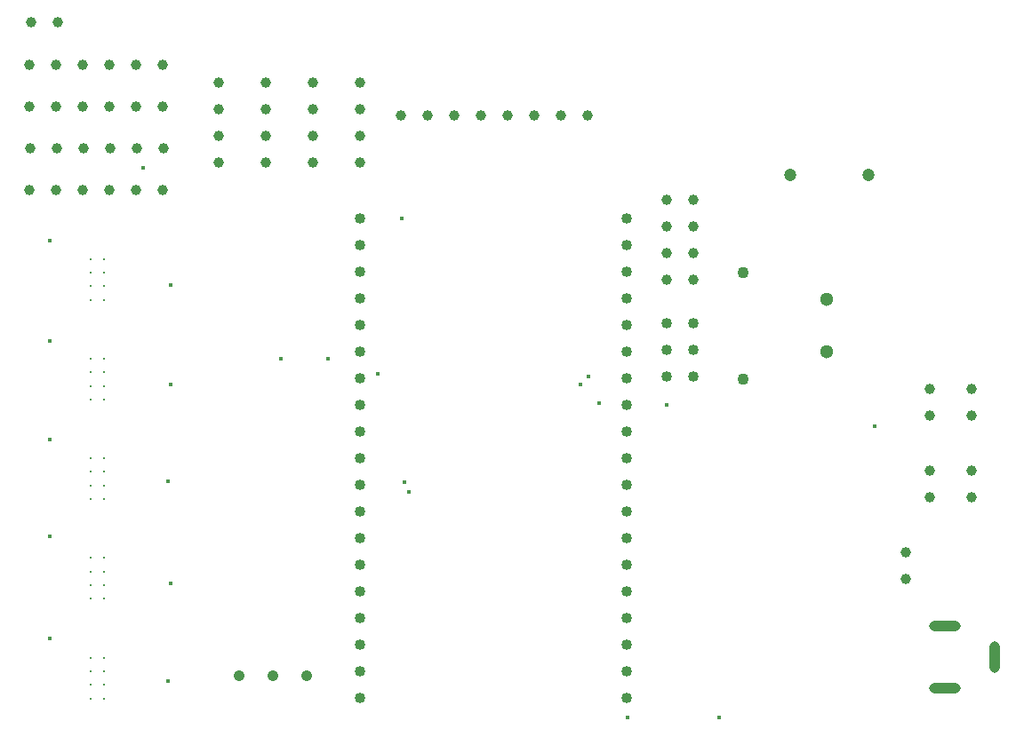
<source format=gbr>
%TF.GenerationSoftware,KiCad,Pcbnew,(6.0.9)*%
%TF.CreationDate,2023-04-06T06:38:59+10:00*%
%TF.ProjectId,Bulma,42756c6d-612e-46b6-9963-61645f706362,rev?*%
%TF.SameCoordinates,Original*%
%TF.FileFunction,Plated,1,2,PTH,Mixed*%
%TF.FilePolarity,Positive*%
%FSLAX46Y46*%
G04 Gerber Fmt 4.6, Leading zero omitted, Abs format (unit mm)*
G04 Created by KiCad (PCBNEW (6.0.9)) date 2023-04-06 06:38:59*
%MOMM*%
%LPD*%
G01*
G04 APERTURE LIST*
%TA.AperFunction,ComponentDrill*%
%ADD10C,0.200000*%
%TD*%
%TA.AperFunction,ViaDrill*%
%ADD11C,0.400000*%
%TD*%
%TA.AperFunction,ComponentDrill*%
%ADD12C,1.000000*%
%TD*%
G04 aperture for slot hole*
%TA.AperFunction,ComponentDrill*%
%ADD13O,3.000000X1.000000*%
%TD*%
G04 aperture for slot hole*
%TA.AperFunction,ComponentDrill*%
%ADD14O,1.000000X3.000000*%
%TD*%
%TA.AperFunction,ComponentDrill*%
%ADD15C,1.020000*%
%TD*%
%TA.AperFunction,ComponentDrill*%
%ADD16C,1.070000*%
%TD*%
%TA.AperFunction,ComponentDrill*%
%ADD17C,1.100000*%
%TD*%
%TA.AperFunction,ComponentDrill*%
%ADD18C,1.200000*%
%TD*%
%TA.AperFunction,ComponentDrill*%
%ADD19C,1.300000*%
%TD*%
G04 APERTURE END LIST*
D10*
%TO.C,U1*%
X116600000Y-96050000D03*
X116600000Y-97350000D03*
X116600000Y-98650000D03*
X116600000Y-99950000D03*
%TO.C,U2*%
X116600000Y-105550000D03*
X116600000Y-106850000D03*
X116600000Y-108150000D03*
X116600000Y-109450000D03*
%TO.C,U3*%
X116600000Y-115050000D03*
X116600000Y-116350000D03*
X116600000Y-117650000D03*
X116600000Y-118950000D03*
%TO.C,U4*%
X116600000Y-124550000D03*
X116600000Y-125850000D03*
X116600000Y-127150000D03*
X116600000Y-128450000D03*
%TO.C,U7*%
X116600000Y-134050000D03*
X116600000Y-135350000D03*
X116600000Y-136650000D03*
X116600000Y-137950000D03*
%TO.C,U1*%
X117900000Y-96050000D03*
X117900000Y-97350000D03*
X117900000Y-98650000D03*
X117900000Y-99950000D03*
%TO.C,U2*%
X117900000Y-105550000D03*
X117900000Y-106850000D03*
X117900000Y-108150000D03*
X117900000Y-109450000D03*
%TO.C,U3*%
X117900000Y-115050000D03*
X117900000Y-116350000D03*
X117900000Y-117650000D03*
X117900000Y-118950000D03*
%TO.C,U4*%
X117900000Y-124550000D03*
X117900000Y-125850000D03*
X117900000Y-127150000D03*
X117900000Y-128450000D03*
%TO.C,U7*%
X117900000Y-134050000D03*
X117900000Y-135350000D03*
X117900000Y-136650000D03*
X117900000Y-137950000D03*
%TD*%
D11*
X112750000Y-94331250D03*
X112750000Y-103831250D03*
X112750000Y-113250000D03*
X112750000Y-122500000D03*
X112750000Y-132250000D03*
X121637299Y-87362701D03*
X124000000Y-117250000D03*
X124000000Y-136250000D03*
X124237701Y-126987701D03*
X124250000Y-98500000D03*
X124250000Y-108000000D03*
X134700000Y-105550000D03*
X139250000Y-105550000D03*
X143977701Y-107024500D03*
X146224500Y-92150000D03*
X146525500Y-117297243D03*
X146912500Y-118275500D03*
X163250000Y-108000000D03*
X164000000Y-107250000D03*
X165000000Y-109750000D03*
X167750000Y-139750000D03*
X171500000Y-110000000D03*
X176500000Y-139750000D03*
X191250000Y-112000000D03*
D12*
%TO.C,J6*%
X110800000Y-77500000D03*
%TO.C,J5*%
X110800000Y-81475000D03*
%TO.C,J3*%
X110800000Y-89500000D03*
%TO.C,J4*%
X110825000Y-85475000D03*
%TO.C,J13*%
X110910000Y-73475000D03*
%TO.C,J6*%
X113340000Y-77500000D03*
%TO.C,J5*%
X113340000Y-81475000D03*
%TO.C,J3*%
X113340000Y-89500000D03*
%TO.C,J4*%
X113365000Y-85475000D03*
%TO.C,J13*%
X113450000Y-73475000D03*
%TO.C,J6*%
X115880000Y-77500000D03*
%TO.C,J5*%
X115880000Y-81475000D03*
%TO.C,J3*%
X115880000Y-89500000D03*
%TO.C,J4*%
X115905000Y-85475000D03*
%TO.C,J6*%
X118420000Y-77500000D03*
%TO.C,J5*%
X118420000Y-81475000D03*
%TO.C,J3*%
X118420000Y-89500000D03*
%TO.C,J4*%
X118445000Y-85475000D03*
%TO.C,J6*%
X120960000Y-77500000D03*
%TO.C,J5*%
X120960000Y-81475000D03*
%TO.C,J3*%
X120960000Y-89500000D03*
%TO.C,J4*%
X120985000Y-85475000D03*
%TO.C,J6*%
X123500000Y-77500000D03*
%TO.C,J5*%
X123500000Y-81475000D03*
%TO.C,J3*%
X123500000Y-89500000D03*
%TO.C,J4*%
X123525000Y-85475000D03*
%TO.C,J17*%
X128795000Y-79232500D03*
X128795000Y-81772500D03*
X128795000Y-84312500D03*
X128795000Y-86852500D03*
%TO.C,J16*%
X133295000Y-79232500D03*
X133295000Y-81772500D03*
X133295000Y-84312500D03*
X133295000Y-86852500D03*
%TO.C,J15*%
X137795000Y-79232500D03*
X137795000Y-81772500D03*
X137795000Y-84312500D03*
X137795000Y-86852500D03*
%TO.C,J14*%
X142295000Y-79232500D03*
X142295000Y-81772500D03*
X142295000Y-84312500D03*
X142295000Y-86852500D03*
%TO.C,U6*%
X146136500Y-82379000D03*
X148676500Y-82379000D03*
X151216500Y-82379000D03*
X153756500Y-82379000D03*
X156296500Y-82379000D03*
X158836500Y-82379000D03*
X161376500Y-82379000D03*
X163916500Y-82379000D03*
%TO.C,J18*%
X171455000Y-90410000D03*
X171455000Y-92950000D03*
X171455000Y-95490000D03*
X171455000Y-98030000D03*
X173995000Y-90410000D03*
X173995000Y-92950000D03*
X173995000Y-95490000D03*
X173995000Y-98030000D03*
%TO.C,J9*%
X194250000Y-124000000D03*
X194250000Y-126540000D03*
%TO.C,J2*%
X196500000Y-108450000D03*
X196500000Y-110990000D03*
%TO.C,J12*%
X196500000Y-116250000D03*
X196500000Y-118790000D03*
D13*
%TO.C,J10*%
X198000000Y-131000000D03*
X198000000Y-137000000D03*
D12*
%TO.C,J1*%
X200500000Y-108450000D03*
X200500000Y-110990000D03*
%TO.C,J11*%
X200500000Y-116225000D03*
X200500000Y-118765000D03*
D14*
%TO.C,J10*%
X202700000Y-134000000D03*
D15*
%TO.C,U5*%
X142300000Y-92150000D03*
X142300000Y-94690000D03*
X142300000Y-97230000D03*
X142300000Y-99770000D03*
X142300000Y-102310000D03*
X142300000Y-104850000D03*
X142300000Y-107390000D03*
X142300000Y-109930000D03*
X142300000Y-112470000D03*
X142300000Y-115010000D03*
X142300000Y-117550000D03*
X142300000Y-120090000D03*
X142300000Y-122630000D03*
X142300000Y-125170000D03*
X142300000Y-127710000D03*
X142300000Y-130250000D03*
X142300000Y-132790000D03*
X142300000Y-135330000D03*
X142300000Y-137870000D03*
X167700000Y-92150000D03*
X167700000Y-94690000D03*
X167700000Y-97230000D03*
X167700000Y-99770000D03*
X167700000Y-102310000D03*
X167700000Y-104850000D03*
X167700000Y-107390000D03*
X167700000Y-109930000D03*
X167700000Y-112470000D03*
X167700000Y-115010000D03*
X167700000Y-117550000D03*
X167700000Y-120090000D03*
X167700000Y-122630000D03*
X167700000Y-125170000D03*
X167700000Y-127710000D03*
X167700000Y-130250000D03*
X167700000Y-132790000D03*
X167700000Y-135330000D03*
X167700000Y-137870000D03*
%TO.C,J7*%
X171460000Y-102170000D03*
X171460000Y-104710000D03*
X171460000Y-107250000D03*
X174000000Y-102170000D03*
X174000000Y-104710000D03*
X174000000Y-107250000D03*
D16*
%TO.C,S1*%
X130758444Y-135749400D03*
X133958444Y-135749400D03*
X137158444Y-135749400D03*
D17*
%TO.C,D3*%
X178750000Y-97340000D03*
X178750000Y-107500000D03*
D18*
%TO.C,C7*%
X183237246Y-88000000D03*
X190737246Y-88000000D03*
D19*
%TO.C,J8*%
X186750000Y-99920000D03*
X186750000Y-104920000D03*
M02*

</source>
